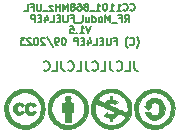
<source format=gbr>
%TF.GenerationSoftware,KiCad,Pcbnew,6.0.11-2627ca5db0~126~ubuntu22.04.1*%
%TF.CreationDate,2024-01-17T12:33:33+01:00*%
%TF.ProjectId,CC1101_868MHz_UFL_RF_Modul_FUEL4EP,43433131-3031-45f3-9836-384d487a5f55,1.5*%
%TF.SameCoordinates,Original*%
%TF.FileFunction,Legend,Bot*%
%TF.FilePolarity,Positive*%
%FSLAX46Y46*%
G04 Gerber Fmt 4.6, Leading zero omitted, Abs format (unit mm)*
G04 Created by KiCad (PCBNEW 6.0.11-2627ca5db0~126~ubuntu22.04.1) date 2024-01-17 12:33:33*
%MOMM*%
%LPD*%
G01*
G04 APERTURE LIST*
G04 Aperture macros list*
%AMRoundRect*
0 Rectangle with rounded corners*
0 $1 Rounding radius*
0 $2 $3 $4 $5 $6 $7 $8 $9 X,Y pos of 4 corners*
0 Add a 4 corners polygon primitive as box body*
4,1,4,$2,$3,$4,$5,$6,$7,$8,$9,$2,$3,0*
0 Add four circle primitives for the rounded corners*
1,1,$1+$1,$2,$3*
1,1,$1+$1,$4,$5*
1,1,$1+$1,$6,$7*
1,1,$1+$1,$8,$9*
0 Add four rect primitives between the rounded corners*
20,1,$1+$1,$2,$3,$4,$5,0*
20,1,$1+$1,$4,$5,$6,$7,0*
20,1,$1+$1,$6,$7,$8,$9,0*
20,1,$1+$1,$8,$9,$2,$3,0*%
G04 Aperture macros list end*
%ADD10C,0.150000*%
%ADD11C,0.010000*%
%ADD12RoundRect,0.250000X-0.600000X-0.250000X0.600000X-0.250000X0.600000X0.250000X-0.600000X0.250000X0*%
%ADD13R,1.800000X1.500000*%
%ADD14R,1.700000X1.000000*%
G04 APERTURE END LIST*
D10*
X13195238Y6788095D02*
X13195238Y6216666D01*
X13233333Y6102380D01*
X13309523Y6026190D01*
X13423809Y5988095D01*
X13500000Y5988095D01*
X12433333Y5988095D02*
X12814285Y5988095D01*
X12814285Y6788095D01*
X11709523Y6064285D02*
X11747619Y6026190D01*
X11861904Y5988095D01*
X11938095Y5988095D01*
X12052380Y6026190D01*
X12128571Y6102380D01*
X12166666Y6178571D01*
X12204761Y6330952D01*
X12204761Y6445238D01*
X12166666Y6597619D01*
X12128571Y6673809D01*
X12052380Y6750000D01*
X11938095Y6788095D01*
X11861904Y6788095D01*
X11747619Y6750000D01*
X11709523Y6711904D01*
X11138095Y6788095D02*
X11138095Y6216666D01*
X11176190Y6102380D01*
X11252380Y6026190D01*
X11366666Y5988095D01*
X11442857Y5988095D01*
X10376190Y5988095D02*
X10757142Y5988095D01*
X10757142Y6788095D01*
X9652380Y6064285D02*
X9690476Y6026190D01*
X9804761Y5988095D01*
X9880952Y5988095D01*
X9995238Y6026190D01*
X10071428Y6102380D01*
X10109523Y6178571D01*
X10147619Y6330952D01*
X10147619Y6445238D01*
X10109523Y6597619D01*
X10071428Y6673809D01*
X9995238Y6750000D01*
X9880952Y6788095D01*
X9804761Y6788095D01*
X9690476Y6750000D01*
X9652380Y6711904D01*
X9080952Y6788095D02*
X9080952Y6216666D01*
X9119047Y6102380D01*
X9195238Y6026190D01*
X9309523Y5988095D01*
X9385714Y5988095D01*
X8319047Y5988095D02*
X8700000Y5988095D01*
X8700000Y6788095D01*
X7595238Y6064285D02*
X7633333Y6026190D01*
X7747619Y5988095D01*
X7823809Y5988095D01*
X7938095Y6026190D01*
X8014285Y6102380D01*
X8052380Y6178571D01*
X8090476Y6330952D01*
X8090476Y6445238D01*
X8052380Y6597619D01*
X8014285Y6673809D01*
X7938095Y6750000D01*
X7823809Y6788095D01*
X7747619Y6788095D01*
X7633333Y6750000D01*
X7595238Y6711904D01*
X7023809Y6788095D02*
X7023809Y6216666D01*
X7061904Y6102380D01*
X7138095Y6026190D01*
X7252380Y5988095D01*
X7328571Y5988095D01*
X6261904Y5988095D02*
X6642857Y5988095D01*
X6642857Y6788095D01*
X5538095Y6064285D02*
X5576190Y6026190D01*
X5690476Y5988095D01*
X5766666Y5988095D01*
X5880952Y6026190D01*
X5957142Y6102380D01*
X5995238Y6178571D01*
X6033333Y6330952D01*
X6033333Y6445238D01*
X5995238Y6597619D01*
X5957142Y6673809D01*
X5880952Y6750000D01*
X5766666Y6788095D01*
X5690476Y6788095D01*
X5576190Y6750000D01*
X5538095Y6711904D01*
X12885714Y11134714D02*
X12914285Y11106142D01*
X13000000Y11077571D01*
X13057142Y11077571D01*
X13142857Y11106142D01*
X13200000Y11163285D01*
X13228571Y11220428D01*
X13257142Y11334714D01*
X13257142Y11420428D01*
X13228571Y11534714D01*
X13200000Y11591857D01*
X13142857Y11649000D01*
X13057142Y11677571D01*
X13000000Y11677571D01*
X12914285Y11649000D01*
X12885714Y11620428D01*
X12285714Y11134714D02*
X12314285Y11106142D01*
X12400000Y11077571D01*
X12457142Y11077571D01*
X12542857Y11106142D01*
X12600000Y11163285D01*
X12628571Y11220428D01*
X12657142Y11334714D01*
X12657142Y11420428D01*
X12628571Y11534714D01*
X12600000Y11591857D01*
X12542857Y11649000D01*
X12457142Y11677571D01*
X12400000Y11677571D01*
X12314285Y11649000D01*
X12285714Y11620428D01*
X11714285Y11077571D02*
X12057142Y11077571D01*
X11885714Y11077571D02*
X11885714Y11677571D01*
X11942857Y11591857D01*
X12000000Y11534714D01*
X12057142Y11506142D01*
X11142857Y11077571D02*
X11485714Y11077571D01*
X11314285Y11077571D02*
X11314285Y11677571D01*
X11371428Y11591857D01*
X11428571Y11534714D01*
X11485714Y11506142D01*
X10771428Y11677571D02*
X10714285Y11677571D01*
X10657142Y11649000D01*
X10628571Y11620428D01*
X10600000Y11563285D01*
X10571428Y11449000D01*
X10571428Y11306142D01*
X10600000Y11191857D01*
X10628571Y11134714D01*
X10657142Y11106142D01*
X10714285Y11077571D01*
X10771428Y11077571D01*
X10828571Y11106142D01*
X10857142Y11134714D01*
X10885714Y11191857D01*
X10914285Y11306142D01*
X10914285Y11449000D01*
X10885714Y11563285D01*
X10857142Y11620428D01*
X10828571Y11649000D01*
X10771428Y11677571D01*
X10000000Y11077571D02*
X10342857Y11077571D01*
X10171428Y11077571D02*
X10171428Y11677571D01*
X10228571Y11591857D01*
X10285714Y11534714D01*
X10342857Y11506142D01*
X9885714Y11020428D02*
X9428571Y11020428D01*
X9200000Y11420428D02*
X9257142Y11449000D01*
X9285714Y11477571D01*
X9314285Y11534714D01*
X9314285Y11563285D01*
X9285714Y11620428D01*
X9257142Y11649000D01*
X9200000Y11677571D01*
X9085714Y11677571D01*
X9028571Y11649000D01*
X9000000Y11620428D01*
X8971428Y11563285D01*
X8971428Y11534714D01*
X9000000Y11477571D01*
X9028571Y11449000D01*
X9085714Y11420428D01*
X9200000Y11420428D01*
X9257142Y11391857D01*
X9285714Y11363285D01*
X9314285Y11306142D01*
X9314285Y11191857D01*
X9285714Y11134714D01*
X9257142Y11106142D01*
X9200000Y11077571D01*
X9085714Y11077571D01*
X9028571Y11106142D01*
X9000000Y11134714D01*
X8971428Y11191857D01*
X8971428Y11306142D01*
X9000000Y11363285D01*
X9028571Y11391857D01*
X9085714Y11420428D01*
X8457142Y11677571D02*
X8571428Y11677571D01*
X8628571Y11649000D01*
X8657142Y11620428D01*
X8714285Y11534714D01*
X8742857Y11420428D01*
X8742857Y11191857D01*
X8714285Y11134714D01*
X8685714Y11106142D01*
X8628571Y11077571D01*
X8514285Y11077571D01*
X8457142Y11106142D01*
X8428571Y11134714D01*
X8400000Y11191857D01*
X8400000Y11334714D01*
X8428571Y11391857D01*
X8457142Y11420428D01*
X8514285Y11449000D01*
X8628571Y11449000D01*
X8685714Y11420428D01*
X8714285Y11391857D01*
X8742857Y11334714D01*
X8057142Y11420428D02*
X8114285Y11449000D01*
X8142857Y11477571D01*
X8171428Y11534714D01*
X8171428Y11563285D01*
X8142857Y11620428D01*
X8114285Y11649000D01*
X8057142Y11677571D01*
X7942857Y11677571D01*
X7885714Y11649000D01*
X7857142Y11620428D01*
X7828571Y11563285D01*
X7828571Y11534714D01*
X7857142Y11477571D01*
X7885714Y11449000D01*
X7942857Y11420428D01*
X8057142Y11420428D01*
X8114285Y11391857D01*
X8142857Y11363285D01*
X8171428Y11306142D01*
X8171428Y11191857D01*
X8142857Y11134714D01*
X8114285Y11106142D01*
X8057142Y11077571D01*
X7942857Y11077571D01*
X7885714Y11106142D01*
X7857142Y11134714D01*
X7828571Y11191857D01*
X7828571Y11306142D01*
X7857142Y11363285D01*
X7885714Y11391857D01*
X7942857Y11420428D01*
X7571428Y11077571D02*
X7571428Y11677571D01*
X7371428Y11249000D01*
X7171428Y11677571D01*
X7171428Y11077571D01*
X6885714Y11077571D02*
X6885714Y11677571D01*
X6885714Y11391857D02*
X6542857Y11391857D01*
X6542857Y11077571D02*
X6542857Y11677571D01*
X6314285Y11477571D02*
X6000000Y11477571D01*
X6314285Y11077571D01*
X6000000Y11077571D01*
X5914285Y11020428D02*
X5457142Y11020428D01*
X5314285Y11677571D02*
X5314285Y11191857D01*
X5285714Y11134714D01*
X5257142Y11106142D01*
X5200000Y11077571D01*
X5085714Y11077571D01*
X5028571Y11106142D01*
X5000000Y11134714D01*
X4971428Y11191857D01*
X4971428Y11677571D01*
X4485714Y11391857D02*
X4685714Y11391857D01*
X4685714Y11077571D02*
X4685714Y11677571D01*
X4400000Y11677571D01*
X3885714Y11077571D02*
X4171428Y11077571D01*
X4171428Y11677571D01*
X12385714Y10111571D02*
X12585714Y10397285D01*
X12728571Y10111571D02*
X12728571Y10711571D01*
X12500000Y10711571D01*
X12442857Y10683000D01*
X12414285Y10654428D01*
X12385714Y10597285D01*
X12385714Y10511571D01*
X12414285Y10454428D01*
X12442857Y10425857D01*
X12500000Y10397285D01*
X12728571Y10397285D01*
X11928571Y10425857D02*
X12128571Y10425857D01*
X12128571Y10111571D02*
X12128571Y10711571D01*
X11842857Y10711571D01*
X11757142Y10054428D02*
X11300000Y10054428D01*
X11157142Y10111571D02*
X11157142Y10711571D01*
X10957142Y10283000D01*
X10757142Y10711571D01*
X10757142Y10111571D01*
X10385714Y10111571D02*
X10442857Y10140142D01*
X10471428Y10168714D01*
X10500000Y10225857D01*
X10500000Y10397285D01*
X10471428Y10454428D01*
X10442857Y10483000D01*
X10385714Y10511571D01*
X10300000Y10511571D01*
X10242857Y10483000D01*
X10214285Y10454428D01*
X10185714Y10397285D01*
X10185714Y10225857D01*
X10214285Y10168714D01*
X10242857Y10140142D01*
X10300000Y10111571D01*
X10385714Y10111571D01*
X9671428Y10111571D02*
X9671428Y10711571D01*
X9671428Y10140142D02*
X9728571Y10111571D01*
X9842857Y10111571D01*
X9900000Y10140142D01*
X9928571Y10168714D01*
X9957142Y10225857D01*
X9957142Y10397285D01*
X9928571Y10454428D01*
X9900000Y10483000D01*
X9842857Y10511571D01*
X9728571Y10511571D01*
X9671428Y10483000D01*
X9128571Y10511571D02*
X9128571Y10111571D01*
X9385714Y10511571D02*
X9385714Y10197285D01*
X9357142Y10140142D01*
X9300000Y10111571D01*
X9214285Y10111571D01*
X9157142Y10140142D01*
X9128571Y10168714D01*
X8757142Y10111571D02*
X8814285Y10140142D01*
X8842857Y10197285D01*
X8842857Y10711571D01*
X8671428Y10054428D02*
X8214285Y10054428D01*
X7871428Y10425857D02*
X8071428Y10425857D01*
X8071428Y10111571D02*
X8071428Y10711571D01*
X7785714Y10711571D01*
X7557142Y10711571D02*
X7557142Y10225857D01*
X7528571Y10168714D01*
X7500000Y10140142D01*
X7442857Y10111571D01*
X7328571Y10111571D01*
X7271428Y10140142D01*
X7242857Y10168714D01*
X7214285Y10225857D01*
X7214285Y10711571D01*
X6928571Y10425857D02*
X6728571Y10425857D01*
X6642857Y10111571D02*
X6928571Y10111571D01*
X6928571Y10711571D01*
X6642857Y10711571D01*
X6100000Y10111571D02*
X6385714Y10111571D01*
X6385714Y10711571D01*
X5642857Y10511571D02*
X5642857Y10111571D01*
X5785714Y10740142D02*
X5928571Y10311571D01*
X5557142Y10311571D01*
X5328571Y10425857D02*
X5128571Y10425857D01*
X5042857Y10111571D02*
X5328571Y10111571D01*
X5328571Y10711571D01*
X5042857Y10711571D01*
X4785714Y10111571D02*
X4785714Y10711571D01*
X4557142Y10711571D01*
X4500000Y10683000D01*
X4471428Y10654428D01*
X4442857Y10597285D01*
X4442857Y10511571D01*
X4471428Y10454428D01*
X4500000Y10425857D01*
X4557142Y10397285D01*
X4785714Y10397285D01*
X9514285Y9745571D02*
X9314285Y9145571D01*
X9114285Y9745571D01*
X8600000Y9145571D02*
X8942857Y9145571D01*
X8771428Y9145571D02*
X8771428Y9745571D01*
X8828571Y9659857D01*
X8885714Y9602714D01*
X8942857Y9574142D01*
X8342857Y9202714D02*
X8314285Y9174142D01*
X8342857Y9145571D01*
X8371428Y9174142D01*
X8342857Y9202714D01*
X8342857Y9145571D01*
X7771428Y9745571D02*
X8057142Y9745571D01*
X8085714Y9459857D01*
X8057142Y9488428D01*
X8000000Y9517000D01*
X7857142Y9517000D01*
X7800000Y9488428D01*
X7771428Y9459857D01*
X7742857Y9402714D01*
X7742857Y9259857D01*
X7771428Y9202714D01*
X7800000Y9174142D01*
X7857142Y9145571D01*
X8000000Y9145571D01*
X8057142Y9174142D01*
X8085714Y9202714D01*
X13414285Y7951000D02*
X13442857Y7979571D01*
X13500000Y8065285D01*
X13528571Y8122428D01*
X13557142Y8208142D01*
X13585714Y8351000D01*
X13585714Y8465285D01*
X13557142Y8608142D01*
X13528571Y8693857D01*
X13500000Y8751000D01*
X13442857Y8836714D01*
X13414285Y8865285D01*
X12842857Y8236714D02*
X12871428Y8208142D01*
X12957142Y8179571D01*
X13014285Y8179571D01*
X13100000Y8208142D01*
X13157142Y8265285D01*
X13185714Y8322428D01*
X13214285Y8436714D01*
X13214285Y8522428D01*
X13185714Y8636714D01*
X13157142Y8693857D01*
X13100000Y8751000D01*
X13014285Y8779571D01*
X12957142Y8779571D01*
X12871428Y8751000D01*
X12842857Y8722428D01*
X12642857Y7951000D02*
X12614285Y7979571D01*
X12557142Y8065285D01*
X12528571Y8122428D01*
X12500000Y8208142D01*
X12471428Y8351000D01*
X12471428Y8465285D01*
X12500000Y8608142D01*
X12528571Y8693857D01*
X12557142Y8751000D01*
X12614285Y8836714D01*
X12642857Y8865285D01*
X11528571Y8493857D02*
X11728571Y8493857D01*
X11728571Y8179571D02*
X11728571Y8779571D01*
X11442857Y8779571D01*
X11214285Y8779571D02*
X11214285Y8293857D01*
X11185714Y8236714D01*
X11157142Y8208142D01*
X11100000Y8179571D01*
X10985714Y8179571D01*
X10928571Y8208142D01*
X10900000Y8236714D01*
X10871428Y8293857D01*
X10871428Y8779571D01*
X10585714Y8493857D02*
X10385714Y8493857D01*
X10300000Y8179571D02*
X10585714Y8179571D01*
X10585714Y8779571D01*
X10300000Y8779571D01*
X9757142Y8179571D02*
X10042857Y8179571D01*
X10042857Y8779571D01*
X9300000Y8579571D02*
X9300000Y8179571D01*
X9442857Y8808142D02*
X9585714Y8379571D01*
X9214285Y8379571D01*
X8985714Y8493857D02*
X8785714Y8493857D01*
X8700000Y8179571D02*
X8985714Y8179571D01*
X8985714Y8779571D01*
X8700000Y8779571D01*
X8442857Y8179571D02*
X8442857Y8779571D01*
X8214285Y8779571D01*
X8157142Y8751000D01*
X8128571Y8722428D01*
X8100000Y8665285D01*
X8100000Y8579571D01*
X8128571Y8522428D01*
X8157142Y8493857D01*
X8214285Y8465285D01*
X8442857Y8465285D01*
X7271428Y8779571D02*
X7214285Y8779571D01*
X7157142Y8751000D01*
X7128571Y8722428D01*
X7100000Y8665285D01*
X7071428Y8551000D01*
X7071428Y8408142D01*
X7100000Y8293857D01*
X7128571Y8236714D01*
X7157142Y8208142D01*
X7214285Y8179571D01*
X7271428Y8179571D01*
X7328571Y8208142D01*
X7357142Y8236714D01*
X7385714Y8293857D01*
X7414285Y8408142D01*
X7414285Y8551000D01*
X7385714Y8665285D01*
X7357142Y8722428D01*
X7328571Y8751000D01*
X7271428Y8779571D01*
X6785714Y8179571D02*
X6671428Y8179571D01*
X6614285Y8208142D01*
X6585714Y8236714D01*
X6528571Y8322428D01*
X6500000Y8436714D01*
X6500000Y8665285D01*
X6528571Y8722428D01*
X6557142Y8751000D01*
X6614285Y8779571D01*
X6728571Y8779571D01*
X6785714Y8751000D01*
X6814285Y8722428D01*
X6842857Y8665285D01*
X6842857Y8522428D01*
X6814285Y8465285D01*
X6785714Y8436714D01*
X6728571Y8408142D01*
X6614285Y8408142D01*
X6557142Y8436714D01*
X6528571Y8465285D01*
X6500000Y8522428D01*
X5814285Y8808142D02*
X6328571Y8036714D01*
X5642857Y8722428D02*
X5614285Y8751000D01*
X5557142Y8779571D01*
X5414285Y8779571D01*
X5357142Y8751000D01*
X5328571Y8722428D01*
X5300000Y8665285D01*
X5300000Y8608142D01*
X5328571Y8522428D01*
X5671428Y8179571D01*
X5300000Y8179571D01*
X4928571Y8779571D02*
X4871428Y8779571D01*
X4814285Y8751000D01*
X4785714Y8722428D01*
X4757142Y8665285D01*
X4728571Y8551000D01*
X4728571Y8408142D01*
X4757142Y8293857D01*
X4785714Y8236714D01*
X4814285Y8208142D01*
X4871428Y8179571D01*
X4928571Y8179571D01*
X4985714Y8208142D01*
X5014285Y8236714D01*
X5042857Y8293857D01*
X5071428Y8408142D01*
X5071428Y8551000D01*
X5042857Y8665285D01*
X5014285Y8722428D01*
X4985714Y8751000D01*
X4928571Y8779571D01*
X4500000Y8722428D02*
X4471428Y8751000D01*
X4414285Y8779571D01*
X4271428Y8779571D01*
X4214285Y8751000D01*
X4185714Y8722428D01*
X4157142Y8665285D01*
X4157142Y8608142D01*
X4185714Y8522428D01*
X4528571Y8179571D01*
X4157142Y8179571D01*
X3957142Y8779571D02*
X3585714Y8779571D01*
X3785714Y8551000D01*
X3700000Y8551000D01*
X3642857Y8522428D01*
X3614285Y8493857D01*
X3585714Y8436714D01*
X3585714Y8293857D01*
X3614285Y8236714D01*
X3642857Y8208142D01*
X3700000Y8179571D01*
X3871428Y8179571D01*
X3928571Y8208142D01*
X3957142Y8236714D01*
%TO.C,LOGO1*%
G36*
X7713225Y3301665D02*
G01*
X7815439Y3300458D01*
X7890533Y3298075D01*
X7943089Y3294211D01*
X7977685Y3288563D01*
X7998904Y3280826D01*
X8008775Y3273490D01*
X8018627Y3258706D01*
X8025980Y3233600D01*
X8031174Y3193396D01*
X8034551Y3133319D01*
X8036453Y3048593D01*
X8037220Y2934441D01*
X8037285Y2874347D01*
X8037285Y2503714D01*
X7837714Y2503714D01*
X7837714Y1669143D01*
X7311571Y1669143D01*
X7311571Y2503714D01*
X7112000Y2503714D01*
X7112000Y2872831D01*
X7112259Y2998694D01*
X7113312Y3093273D01*
X7115577Y3161566D01*
X7119467Y3208571D01*
X7125398Y3239289D01*
X7133787Y3258717D01*
X7145048Y3271856D01*
X7145178Y3271974D01*
X7160241Y3281929D01*
X7183646Y3289451D01*
X7220110Y3294868D01*
X7274348Y3298505D01*
X7351079Y3300688D01*
X7455017Y3301744D01*
X7579311Y3302000D01*
X7713225Y3301665D01*
G37*
D11*
X7713225Y3301665D02*
X7815439Y3300458D01*
X7890533Y3298075D01*
X7943089Y3294211D01*
X7977685Y3288563D01*
X7998904Y3280826D01*
X8008775Y3273490D01*
X8018627Y3258706D01*
X8025980Y3233600D01*
X8031174Y3193396D01*
X8034551Y3133319D01*
X8036453Y3048593D01*
X8037220Y2934441D01*
X8037285Y2874347D01*
X8037285Y2503714D01*
X7837714Y2503714D01*
X7837714Y1669143D01*
X7311571Y1669143D01*
X7311571Y2503714D01*
X7112000Y2503714D01*
X7112000Y2872831D01*
X7112259Y2998694D01*
X7113312Y3093273D01*
X7115577Y3161566D01*
X7119467Y3208571D01*
X7125398Y3239289D01*
X7133787Y3258717D01*
X7145048Y3271856D01*
X7145178Y3271974D01*
X7160241Y3281929D01*
X7183646Y3289451D01*
X7220110Y3294868D01*
X7274348Y3298505D01*
X7351079Y3300688D01*
X7455017Y3301744D01*
X7579311Y3302000D01*
X7713225Y3301665D01*
G36*
X2247524Y3158741D02*
G01*
X2317141Y3384721D01*
X2327648Y3410857D01*
X2437284Y3631412D01*
X2575148Y3833041D01*
X2738087Y4012727D01*
X2922946Y4167451D01*
X3126573Y4294196D01*
X3345813Y4389945D01*
X3353695Y4392686D01*
X3547384Y4443898D01*
X3758157Y4472229D01*
X3975387Y4477539D01*
X4188452Y4459688D01*
X4386725Y4418538D01*
X4425947Y4406777D01*
X4649600Y4317512D01*
X4858349Y4198256D01*
X5048466Y4052324D01*
X5216224Y3883031D01*
X5357896Y3693692D01*
X5469755Y3487624D01*
X5476569Y3472206D01*
X5553890Y3252242D01*
X5600461Y3022325D01*
X5616699Y2787644D01*
X5603018Y2553389D01*
X5559832Y2324749D01*
X5487558Y2106914D01*
X5386610Y1905073D01*
X5346158Y1841500D01*
X5198482Y1653501D01*
X5026962Y1488952D01*
X4835515Y1349484D01*
X4628059Y1236727D01*
X4408508Y1152313D01*
X4180781Y1097872D01*
X3948793Y1075037D01*
X3716461Y1085437D01*
X3583214Y1107316D01*
X3336817Y1176686D01*
X3109250Y1277029D01*
X2901147Y1407929D01*
X2713147Y1568970D01*
X2545887Y1759736D01*
X2510217Y1808053D01*
X2388062Y2009493D01*
X2296556Y2226552D01*
X2236224Y2454617D01*
X2207591Y2689077D01*
X2209359Y2805407D01*
X2515428Y2805407D01*
X2527262Y2597462D01*
X2571908Y2392201D01*
X2649584Y2192871D01*
X2760504Y2002720D01*
X2818075Y1925090D01*
X2964697Y1768391D01*
X3136365Y1633558D01*
X3326330Y1524972D01*
X3527840Y1447019D01*
X3574143Y1434133D01*
X3718770Y1408028D01*
X3881004Y1397299D01*
X4046053Y1401936D01*
X4199124Y1421927D01*
X4255419Y1434671D01*
X4408551Y1486542D01*
X4567941Y1561164D01*
X4719515Y1651235D01*
X4829193Y1732403D01*
X4982816Y1882736D01*
X5108176Y2053302D01*
X5204275Y2240389D01*
X5270110Y2440284D01*
X5304683Y2649274D01*
X5306992Y2863647D01*
X5276039Y3079689D01*
X5233254Y3232252D01*
X5160027Y3406176D01*
X5061761Y3566571D01*
X4933733Y3720713D01*
X4881849Y3773714D01*
X4713604Y3917003D01*
X4532645Y4027195D01*
X4336463Y4105404D01*
X4122551Y4152743D01*
X3997553Y4165946D01*
X3774060Y4163882D01*
X3558847Y4127056D01*
X3354546Y4056450D01*
X3163792Y3953049D01*
X2989218Y3817834D01*
X2940894Y3771712D01*
X2791903Y3599066D01*
X2674645Y3412865D01*
X2589336Y3216356D01*
X2536191Y3012788D01*
X2515428Y2805407D01*
X2209359Y2805407D01*
X2211183Y2925323D01*
X2247524Y3158741D01*
G37*
X2247524Y3158741D02*
X2317141Y3384721D01*
X2327648Y3410857D01*
X2437284Y3631412D01*
X2575148Y3833041D01*
X2738087Y4012727D01*
X2922946Y4167451D01*
X3126573Y4294196D01*
X3345813Y4389945D01*
X3353695Y4392686D01*
X3547384Y4443898D01*
X3758157Y4472229D01*
X3975387Y4477539D01*
X4188452Y4459688D01*
X4386725Y4418538D01*
X4425947Y4406777D01*
X4649600Y4317512D01*
X4858349Y4198256D01*
X5048466Y4052324D01*
X5216224Y3883031D01*
X5357896Y3693692D01*
X5469755Y3487624D01*
X5476569Y3472206D01*
X5553890Y3252242D01*
X5600461Y3022325D01*
X5616699Y2787644D01*
X5603018Y2553389D01*
X5559832Y2324749D01*
X5487558Y2106914D01*
X5386610Y1905073D01*
X5346158Y1841500D01*
X5198482Y1653501D01*
X5026962Y1488952D01*
X4835515Y1349484D01*
X4628059Y1236727D01*
X4408508Y1152313D01*
X4180781Y1097872D01*
X3948793Y1075037D01*
X3716461Y1085437D01*
X3583214Y1107316D01*
X3336817Y1176686D01*
X3109250Y1277029D01*
X2901147Y1407929D01*
X2713147Y1568970D01*
X2545887Y1759736D01*
X2510217Y1808053D01*
X2388062Y2009493D01*
X2296556Y2226552D01*
X2236224Y2454617D01*
X2207591Y2689077D01*
X2209359Y2805407D01*
X2515428Y2805407D01*
X2527262Y2597462D01*
X2571908Y2392201D01*
X2649584Y2192871D01*
X2760504Y2002720D01*
X2818075Y1925090D01*
X2964697Y1768391D01*
X3136365Y1633558D01*
X3326330Y1524972D01*
X3527840Y1447019D01*
X3574143Y1434133D01*
X3718770Y1408028D01*
X3881004Y1397299D01*
X4046053Y1401936D01*
X4199124Y1421927D01*
X4255419Y1434671D01*
X4408551Y1486542D01*
X4567941Y1561164D01*
X4719515Y1651235D01*
X4829193Y1732403D01*
X4982816Y1882736D01*
X5108176Y2053302D01*
X5204275Y2240389D01*
X5270110Y2440284D01*
X5304683Y2649274D01*
X5306992Y2863647D01*
X5276039Y3079689D01*
X5233254Y3232252D01*
X5160027Y3406176D01*
X5061761Y3566571D01*
X4933733Y3720713D01*
X4881849Y3773714D01*
X4713604Y3917003D01*
X4532645Y4027195D01*
X4336463Y4105404D01*
X4122551Y4152743D01*
X3997553Y4165946D01*
X3774060Y4163882D01*
X3558847Y4127056D01*
X3354546Y4056450D01*
X3163792Y3953049D01*
X2989218Y3817834D01*
X2940894Y3771712D01*
X2791903Y3599066D01*
X2674645Y3412865D01*
X2589336Y3216356D01*
X2536191Y3012788D01*
X2515428Y2805407D01*
X2209359Y2805407D01*
X2211183Y2925323D01*
X2247524Y3158741D01*
G36*
X4472862Y3299796D02*
G01*
X4579450Y3285246D01*
X4671076Y3257993D01*
X4704331Y3241651D01*
X4758885Y3203823D01*
X4809012Y3159166D01*
X4847919Y3115093D01*
X4868816Y3079019D01*
X4868835Y3062063D01*
X4848869Y3046659D01*
X4805999Y3021330D01*
X4756642Y2995230D01*
X4653643Y2943271D01*
X4620224Y2987653D01*
X4580186Y3026366D01*
X4528664Y3059727D01*
X4525603Y3061221D01*
X4450501Y3078630D01*
X4374906Y3065287D01*
X4310134Y3024532D01*
X4281735Y2989244D01*
X4245796Y2901439D01*
X4232409Y2801448D01*
X4240706Y2700068D01*
X4269818Y2608098D01*
X4318075Y2537133D01*
X4356600Y2505031D01*
X4398032Y2489719D01*
X4458267Y2485587D01*
X4464140Y2485571D01*
X4523973Y2488436D01*
X4564487Y2501752D01*
X4602494Y2532600D01*
X4620934Y2551618D01*
X4683224Y2617665D01*
X4773946Y2575174D01*
X4825810Y2549104D01*
X4862732Y2527235D01*
X4873817Y2517876D01*
X4870219Y2492211D01*
X4843568Y2452745D01*
X4800547Y2406472D01*
X4747839Y2360384D01*
X4692128Y2321476D01*
X4678874Y2313886D01*
X4573954Y2273822D01*
X4453212Y2254762D01*
X4331270Y2257967D01*
X4245428Y2276507D01*
X4135460Y2330716D01*
X4044355Y2415070D01*
X3979622Y2516751D01*
X3953730Y2575083D01*
X3938455Y2628024D01*
X3931166Y2689197D01*
X3929228Y2772224D01*
X3929224Y2777466D01*
X3930745Y2860199D01*
X3937148Y2920179D01*
X3951194Y2970873D01*
X3975646Y3025753D01*
X3983193Y3040699D01*
X4053604Y3144781D01*
X4144132Y3226217D01*
X4247677Y3278924D01*
X4268870Y3285360D01*
X4364830Y3300286D01*
X4472862Y3299796D01*
G37*
X4472862Y3299796D02*
X4579450Y3285246D01*
X4671076Y3257993D01*
X4704331Y3241651D01*
X4758885Y3203823D01*
X4809012Y3159166D01*
X4847919Y3115093D01*
X4868816Y3079019D01*
X4868835Y3062063D01*
X4848869Y3046659D01*
X4805999Y3021330D01*
X4756642Y2995230D01*
X4653643Y2943271D01*
X4620224Y2987653D01*
X4580186Y3026366D01*
X4528664Y3059727D01*
X4525603Y3061221D01*
X4450501Y3078630D01*
X4374906Y3065287D01*
X4310134Y3024532D01*
X4281735Y2989244D01*
X4245796Y2901439D01*
X4232409Y2801448D01*
X4240706Y2700068D01*
X4269818Y2608098D01*
X4318075Y2537133D01*
X4356600Y2505031D01*
X4398032Y2489719D01*
X4458267Y2485587D01*
X4464140Y2485571D01*
X4523973Y2488436D01*
X4564487Y2501752D01*
X4602494Y2532600D01*
X4620934Y2551618D01*
X4683224Y2617665D01*
X4773946Y2575174D01*
X4825810Y2549104D01*
X4862732Y2527235D01*
X4873817Y2517876D01*
X4870219Y2492211D01*
X4843568Y2452745D01*
X4800547Y2406472D01*
X4747839Y2360384D01*
X4692128Y2321476D01*
X4678874Y2313886D01*
X4573954Y2273822D01*
X4453212Y2254762D01*
X4331270Y2257967D01*
X4245428Y2276507D01*
X4135460Y2330716D01*
X4044355Y2415070D01*
X3979622Y2516751D01*
X3953730Y2575083D01*
X3938455Y2628024D01*
X3931166Y2689197D01*
X3929228Y2772224D01*
X3929224Y2777466D01*
X3930745Y2860199D01*
X3937148Y2920179D01*
X3951194Y2970873D01*
X3975646Y3025753D01*
X3983193Y3040699D01*
X4053604Y3144781D01*
X4144132Y3226217D01*
X4247677Y3278924D01*
X4268870Y3285360D01*
X4364830Y3300286D01*
X4472862Y3299796D01*
G36*
X13266255Y3242631D02*
G01*
X13341430Y3454866D01*
X13449396Y3657645D01*
X13580697Y3841804D01*
X13747783Y4022665D01*
X13935058Y4174734D01*
X14139512Y4297119D01*
X14358129Y4388925D01*
X14587899Y4449259D01*
X14825807Y4477227D01*
X15068842Y4471935D01*
X15313989Y4432490D01*
X15448643Y4395909D01*
X15667262Y4308938D01*
X15872607Y4189684D01*
X16061296Y4040777D01*
X16229945Y3864844D01*
X16360883Y3686993D01*
X16469921Y3485595D01*
X16548769Y3268874D01*
X16597461Y3041583D01*
X16616029Y2808479D01*
X16604508Y2574318D01*
X16562931Y2343856D01*
X16491330Y2121847D01*
X16389740Y1913049D01*
X16347976Y1845302D01*
X16209165Y1664432D01*
X16042386Y1500691D01*
X15853571Y1358275D01*
X15648655Y1241385D01*
X15433573Y1154218D01*
X15328782Y1124247D01*
X15161154Y1093422D01*
X14979777Y1078276D01*
X14798261Y1079121D01*
X14630217Y1096267D01*
X14573340Y1106988D01*
X14339487Y1172789D01*
X14127088Y1264978D01*
X13931181Y1386356D01*
X13746806Y1539722D01*
X13668165Y1617946D01*
X13509735Y1808322D01*
X13384368Y2013569D01*
X13292291Y2233121D01*
X13233730Y2466411D01*
X13208911Y2712870D01*
X13208000Y2771760D01*
X13208835Y2786047D01*
X13519254Y2786047D01*
X13522758Y2647146D01*
X13536720Y2523329D01*
X13542659Y2492645D01*
X13604645Y2289350D01*
X13697913Y2098645D01*
X13818897Y1923800D01*
X13964033Y1768082D01*
X14129755Y1634759D01*
X14312498Y1527100D01*
X14508698Y1448374D01*
X14714789Y1401847D01*
X14735499Y1399128D01*
X14893350Y1390321D01*
X15062778Y1398781D01*
X15224203Y1423249D01*
X15267071Y1433249D01*
X15454878Y1498601D01*
X15637622Y1595018D01*
X15808435Y1717321D01*
X15960449Y1860335D01*
X16086794Y2018883D01*
X16125552Y2080261D01*
X16211562Y2260341D01*
X16270816Y2458351D01*
X16302311Y2666655D01*
X16305043Y2877619D01*
X16278007Y3083610D01*
X16264866Y3139744D01*
X16197893Y3329577D01*
X16099334Y3511408D01*
X15973816Y3679598D01*
X15825960Y3828507D01*
X15660392Y3952496D01*
X15545519Y4017027D01*
X15415285Y4076756D01*
X15300460Y4118260D01*
X15188443Y4144436D01*
X15066632Y4158183D01*
X14922424Y4162400D01*
X14913428Y4162413D01*
X14736795Y4155192D01*
X14582248Y4131577D01*
X14438251Y4088820D01*
X14293269Y4024173D01*
X14260285Y4006842D01*
X14080817Y3890421D01*
X13918049Y3745294D01*
X13776505Y3576938D01*
X13660708Y3390828D01*
X13575180Y3192441D01*
X13566965Y3167438D01*
X13541811Y3058774D01*
X13525756Y2927449D01*
X13519254Y2786047D01*
X13208835Y2786047D01*
X13222302Y3016432D01*
X13266255Y3242631D01*
G37*
X13266255Y3242631D02*
X13341430Y3454866D01*
X13449396Y3657645D01*
X13580697Y3841804D01*
X13747783Y4022665D01*
X13935058Y4174734D01*
X14139512Y4297119D01*
X14358129Y4388925D01*
X14587899Y4449259D01*
X14825807Y4477227D01*
X15068842Y4471935D01*
X15313989Y4432490D01*
X15448643Y4395909D01*
X15667262Y4308938D01*
X15872607Y4189684D01*
X16061296Y4040777D01*
X16229945Y3864844D01*
X16360883Y3686993D01*
X16469921Y3485595D01*
X16548769Y3268874D01*
X16597461Y3041583D01*
X16616029Y2808479D01*
X16604508Y2574318D01*
X16562931Y2343856D01*
X16491330Y2121847D01*
X16389740Y1913049D01*
X16347976Y1845302D01*
X16209165Y1664432D01*
X16042386Y1500691D01*
X15853571Y1358275D01*
X15648655Y1241385D01*
X15433573Y1154218D01*
X15328782Y1124247D01*
X15161154Y1093422D01*
X14979777Y1078276D01*
X14798261Y1079121D01*
X14630217Y1096267D01*
X14573340Y1106988D01*
X14339487Y1172789D01*
X14127088Y1264978D01*
X13931181Y1386356D01*
X13746806Y1539722D01*
X13668165Y1617946D01*
X13509735Y1808322D01*
X13384368Y2013569D01*
X13292291Y2233121D01*
X13233730Y2466411D01*
X13208911Y2712870D01*
X13208000Y2771760D01*
X13208835Y2786047D01*
X13519254Y2786047D01*
X13522758Y2647146D01*
X13536720Y2523329D01*
X13542659Y2492645D01*
X13604645Y2289350D01*
X13697913Y2098645D01*
X13818897Y1923800D01*
X13964033Y1768082D01*
X14129755Y1634759D01*
X14312498Y1527100D01*
X14508698Y1448374D01*
X14714789Y1401847D01*
X14735499Y1399128D01*
X14893350Y1390321D01*
X15062778Y1398781D01*
X15224203Y1423249D01*
X15267071Y1433249D01*
X15454878Y1498601D01*
X15637622Y1595018D01*
X15808435Y1717321D01*
X15960449Y1860335D01*
X16086794Y2018883D01*
X16125552Y2080261D01*
X16211562Y2260341D01*
X16270816Y2458351D01*
X16302311Y2666655D01*
X16305043Y2877619D01*
X16278007Y3083610D01*
X16264866Y3139744D01*
X16197893Y3329577D01*
X16099334Y3511408D01*
X15973816Y3679598D01*
X15825960Y3828507D01*
X15660392Y3952496D01*
X15545519Y4017027D01*
X15415285Y4076756D01*
X15300460Y4118260D01*
X15188443Y4144436D01*
X15066632Y4158183D01*
X14922424Y4162400D01*
X14913428Y4162413D01*
X14736795Y4155192D01*
X14582248Y4131577D01*
X14438251Y4088820D01*
X14293269Y4024173D01*
X14260285Y4006842D01*
X14080817Y3890421D01*
X13918049Y3745294D01*
X13776505Y3576938D01*
X13660708Y3390828D01*
X13575180Y3192441D01*
X13566965Y3167438D01*
X13541811Y3058774D01*
X13525756Y2927449D01*
X13519254Y2786047D01*
X13208835Y2786047D01*
X13222302Y3016432D01*
X13266255Y3242631D01*
G36*
X15029663Y3663092D02*
G01*
X15154036Y3643657D01*
X15206844Y3629608D01*
X15356363Y3564394D01*
X15487457Y3469837D01*
X15597517Y3349252D01*
X15683937Y3205952D01*
X15744109Y3043251D01*
X15769997Y2913868D01*
X15780633Y2719343D01*
X15759671Y2536444D01*
X15707830Y2368125D01*
X15625827Y2217342D01*
X15588782Y2167576D01*
X15465105Y2041853D01*
X15321981Y1945560D01*
X15162940Y1880039D01*
X14991512Y1846635D01*
X14811228Y1846693D01*
X14761715Y1852588D01*
X14608463Y1892246D01*
X14470160Y1962836D01*
X14350761Y2060706D01*
X14254223Y2182208D01*
X14184504Y2323692D01*
X14159080Y2408464D01*
X14136558Y2503714D01*
X14564406Y2503714D01*
X14584431Y2424190D01*
X14619372Y2347830D01*
X14678267Y2279382D01*
X14749973Y2230450D01*
X14782225Y2218227D01*
X14827607Y2210676D01*
X14892601Y2205768D01*
X14942430Y2204663D01*
X15051061Y2219055D01*
X15141656Y2263015D01*
X15217732Y2338712D01*
X15256714Y2398228D01*
X15304243Y2508121D01*
X15332892Y2632595D01*
X15343233Y2764090D01*
X15335837Y2895048D01*
X15311276Y3017909D01*
X15270121Y3125115D01*
X15212946Y3209105D01*
X15193987Y3227571D01*
X15104483Y3283204D01*
X14998325Y3312149D01*
X14884370Y3313526D01*
X14771472Y3286452D01*
X14739462Y3272806D01*
X14678718Y3229252D01*
X14625647Y3165815D01*
X14590726Y3096371D01*
X14583680Y3066521D01*
X14586127Y3032198D01*
X14612096Y3015725D01*
X14628231Y3012092D01*
X14647984Y3007251D01*
X14656418Y2998984D01*
X14650666Y2982932D01*
X14627859Y2954738D01*
X14585131Y2910041D01*
X14519614Y2844484D01*
X14514838Y2839735D01*
X14351000Y2676828D01*
X14187120Y2839735D01*
X14023239Y3002643D01*
X14082798Y3011714D01*
X14121150Y3021831D01*
X14144464Y3044297D01*
X14162522Y3089733D01*
X14166339Y3102429D01*
X14229988Y3269308D01*
X14314613Y3406870D01*
X14420946Y3515910D01*
X14549719Y3597223D01*
X14661314Y3640445D01*
X14769321Y3661763D01*
X14896764Y3669219D01*
X15029663Y3663092D01*
G37*
X15029663Y3663092D02*
X15154036Y3643657D01*
X15206844Y3629608D01*
X15356363Y3564394D01*
X15487457Y3469837D01*
X15597517Y3349252D01*
X15683937Y3205952D01*
X15744109Y3043251D01*
X15769997Y2913868D01*
X15780633Y2719343D01*
X15759671Y2536444D01*
X15707830Y2368125D01*
X15625827Y2217342D01*
X15588782Y2167576D01*
X15465105Y2041853D01*
X15321981Y1945560D01*
X15162940Y1880039D01*
X14991512Y1846635D01*
X14811228Y1846693D01*
X14761715Y1852588D01*
X14608463Y1892246D01*
X14470160Y1962836D01*
X14350761Y2060706D01*
X14254223Y2182208D01*
X14184504Y2323692D01*
X14159080Y2408464D01*
X14136558Y2503714D01*
X14564406Y2503714D01*
X14584431Y2424190D01*
X14619372Y2347830D01*
X14678267Y2279382D01*
X14749973Y2230450D01*
X14782225Y2218227D01*
X14827607Y2210676D01*
X14892601Y2205768D01*
X14942430Y2204663D01*
X15051061Y2219055D01*
X15141656Y2263015D01*
X15217732Y2338712D01*
X15256714Y2398228D01*
X15304243Y2508121D01*
X15332892Y2632595D01*
X15343233Y2764090D01*
X15335837Y2895048D01*
X15311276Y3017909D01*
X15270121Y3125115D01*
X15212946Y3209105D01*
X15193987Y3227571D01*
X15104483Y3283204D01*
X14998325Y3312149D01*
X14884370Y3313526D01*
X14771472Y3286452D01*
X14739462Y3272806D01*
X14678718Y3229252D01*
X14625647Y3165815D01*
X14590726Y3096371D01*
X14583680Y3066521D01*
X14586127Y3032198D01*
X14612096Y3015725D01*
X14628231Y3012092D01*
X14647984Y3007251D01*
X14656418Y2998984D01*
X14650666Y2982932D01*
X14627859Y2954738D01*
X14585131Y2910041D01*
X14519614Y2844484D01*
X14514838Y2839735D01*
X14351000Y2676828D01*
X14187120Y2839735D01*
X14023239Y3002643D01*
X14082798Y3011714D01*
X14121150Y3021831D01*
X14144464Y3044297D01*
X14162522Y3089733D01*
X14166339Y3102429D01*
X14229988Y3269308D01*
X14314613Y3406870D01*
X14420946Y3515910D01*
X14549719Y3597223D01*
X14661314Y3640445D01*
X14769321Y3661763D01*
X14896764Y3669219D01*
X15029663Y3663092D01*
G36*
X3554047Y3294439D02*
G01*
X3640554Y3276839D01*
X3648969Y3274035D01*
X3697465Y3249967D01*
X3753169Y3212203D01*
X3807592Y3167943D01*
X3852249Y3124390D01*
X3878652Y3088746D01*
X3882356Y3075973D01*
X3867480Y3058326D01*
X3828699Y3030276D01*
X3774748Y2998088D01*
X3667355Y2939104D01*
X3628909Y2993097D01*
X3569165Y3048083D01*
X3494000Y3074239D01*
X3413219Y3068820D01*
X3388717Y3060361D01*
X3325912Y3022314D01*
X3284199Y2966277D01*
X3259940Y2885943D01*
X3252280Y2823835D01*
X3252892Y2707833D01*
X3276393Y2616918D01*
X3323999Y2547074D01*
X3340889Y2531522D01*
X3406378Y2495892D01*
X3481087Y2484639D01*
X3554416Y2496462D01*
X3615766Y2530058D01*
X3647787Y2569218D01*
X3669276Y2599328D01*
X3696113Y2609635D01*
X3735882Y2599758D01*
X3796167Y2569314D01*
X3810896Y2560985D01*
X3901220Y2509398D01*
X3826186Y2424155D01*
X3739029Y2341157D01*
X3646586Y2288772D01*
X3538438Y2262043D01*
X3474357Y2256712D01*
X3401195Y2255966D01*
X3334956Y2259335D01*
X3292928Y2265501D01*
X3179771Y2312982D01*
X3081817Y2389314D01*
X3006283Y2487954D01*
X2975312Y2553548D01*
X2945620Y2676074D01*
X2939947Y2810497D01*
X2958252Y2941547D01*
X2976445Y3001195D01*
X3024103Y3090042D01*
X3094069Y3172680D01*
X3176395Y3239362D01*
X3261133Y3280341D01*
X3261436Y3280432D01*
X3348149Y3296506D01*
X3451132Y3301085D01*
X3554047Y3294439D01*
G37*
X3554047Y3294439D02*
X3640554Y3276839D01*
X3648969Y3274035D01*
X3697465Y3249967D01*
X3753169Y3212203D01*
X3807592Y3167943D01*
X3852249Y3124390D01*
X3878652Y3088746D01*
X3882356Y3075973D01*
X3867480Y3058326D01*
X3828699Y3030276D01*
X3774748Y2998088D01*
X3667355Y2939104D01*
X3628909Y2993097D01*
X3569165Y3048083D01*
X3494000Y3074239D01*
X3413219Y3068820D01*
X3388717Y3060361D01*
X3325912Y3022314D01*
X3284199Y2966277D01*
X3259940Y2885943D01*
X3252280Y2823835D01*
X3252892Y2707833D01*
X3276393Y2616918D01*
X3323999Y2547074D01*
X3340889Y2531522D01*
X3406378Y2495892D01*
X3481087Y2484639D01*
X3554416Y2496462D01*
X3615766Y2530058D01*
X3647787Y2569218D01*
X3669276Y2599328D01*
X3696113Y2609635D01*
X3735882Y2599758D01*
X3796167Y2569314D01*
X3810896Y2560985D01*
X3901220Y2509398D01*
X3826186Y2424155D01*
X3739029Y2341157D01*
X3646586Y2288772D01*
X3538438Y2262043D01*
X3474357Y2256712D01*
X3401195Y2255966D01*
X3334956Y2259335D01*
X3292928Y2265501D01*
X3179771Y2312982D01*
X3081817Y2389314D01*
X3006283Y2487954D01*
X2975312Y2553548D01*
X2945620Y2676074D01*
X2939947Y2810497D01*
X2958252Y2941547D01*
X2976445Y3001195D01*
X3024103Y3090042D01*
X3094069Y3172680D01*
X3176395Y3239362D01*
X3261133Y3280341D01*
X3261436Y3280432D01*
X3348149Y3296506D01*
X3451132Y3301085D01*
X3554047Y3294439D01*
G36*
X9548016Y2852632D02*
G01*
X9568045Y3082086D01*
X9611987Y3288986D01*
X9682269Y3480021D01*
X9719729Y3548798D01*
X10087630Y3548798D01*
X10103166Y3532069D01*
X10143722Y3507385D01*
X10200544Y3480068D01*
X10201022Y3479861D01*
X10264491Y3452202D01*
X10349129Y3415009D01*
X10442976Y3373548D01*
X10518374Y3340080D01*
X10722534Y3249224D01*
X10759260Y3321213D01*
X10824479Y3409262D01*
X10920788Y3479016D01*
X11047796Y3530222D01*
X11107964Y3545645D01*
X11134079Y3553245D01*
X11148997Y3567300D01*
X11155850Y3596453D01*
X11157769Y3649343D01*
X11157857Y3683346D01*
X11157857Y3810000D01*
X11357428Y3810000D01*
X11357428Y3557644D01*
X11425464Y3546492D01*
X11508114Y3527338D01*
X11596444Y3497976D01*
X11677314Y3463466D01*
X11737584Y3428867D01*
X11744385Y3423703D01*
X11794383Y3383643D01*
X11575621Y3167537D01*
X11489696Y3209283D01*
X11397013Y3243818D01*
X11304475Y3259989D01*
X11218922Y3258512D01*
X11147195Y3240104D01*
X11096134Y3205481D01*
X11074560Y3165796D01*
X11070920Y3124936D01*
X11078450Y3102027D01*
X11098220Y3091221D01*
X11147075Y3067733D01*
X11220903Y3033390D01*
X11315596Y2990024D01*
X11427046Y2939462D01*
X11551142Y2883536D01*
X11683775Y2824073D01*
X11820837Y2762904D01*
X11958218Y2701858D01*
X12091809Y2642764D01*
X12217501Y2587453D01*
X12331184Y2537752D01*
X12428750Y2495492D01*
X12506089Y2462502D01*
X12559091Y2440612D01*
X12583649Y2431651D01*
X12584492Y2431531D01*
X12602742Y2446817D01*
X12615829Y2481036D01*
X12638011Y2643265D01*
X12640527Y2821907D01*
X12624174Y3003412D01*
X12589753Y3174230D01*
X12571303Y3235931D01*
X12496341Y3408798D01*
X12390572Y3576210D01*
X12259473Y3732372D01*
X12108522Y3871488D01*
X11943195Y3987762D01*
X11783748Y4069307D01*
X11581792Y4135028D01*
X11370543Y4168100D01*
X11155563Y4168978D01*
X10942415Y4138119D01*
X10736661Y4075978D01*
X10543866Y3983011D01*
X10514601Y3965312D01*
X10458957Y3926024D01*
X10392994Y3872380D01*
X10322194Y3809730D01*
X10252044Y3743424D01*
X10188028Y3678813D01*
X10135631Y3621246D01*
X10100338Y3576075D01*
X10087630Y3548798D01*
X9719729Y3548798D01*
X9781319Y3661877D01*
X9903043Y3830698D01*
X10049739Y3991408D01*
X10216283Y4135616D01*
X10395318Y4258061D01*
X10579489Y4353483D01*
X10695846Y4397681D01*
X10925949Y4454064D01*
X11163329Y4478590D01*
X11402497Y4471952D01*
X11637964Y4434843D01*
X11864241Y4367957D01*
X12075838Y4271988D01*
X12179126Y4210245D01*
X12378099Y4059197D01*
X12550477Y3884769D01*
X12694565Y3689326D01*
X12808670Y3475233D01*
X12891097Y3244855D01*
X12902902Y3199983D01*
X12928828Y3056819D01*
X12942851Y2892346D01*
X12944966Y2719358D01*
X12935170Y2550650D01*
X12913455Y2399016D01*
X12903228Y2353104D01*
X12833023Y2132986D01*
X12735718Y1932850D01*
X12608384Y1747698D01*
X12448096Y1572532D01*
X12443444Y1568048D01*
X12277178Y1422851D01*
X12109865Y1307749D01*
X11932883Y1217351D01*
X11802276Y1167124D01*
X11573011Y1106474D01*
X11335941Y1076744D01*
X11099738Y1078621D01*
X10940143Y1099000D01*
X10714831Y1157619D01*
X10498807Y1248450D01*
X10295824Y1368226D01*
X10109631Y1513679D01*
X9943980Y1681542D01*
X9802622Y1868547D01*
X9689308Y2071426D01*
X9619183Y2249714D01*
X9585458Y2364890D01*
X9562760Y2470670D01*
X9549773Y2578195D01*
X9545183Y2698610D01*
X9546609Y2781347D01*
X9851886Y2781347D01*
X9860432Y2604972D01*
X9887328Y2448589D01*
X9935478Y2299357D01*
X9986379Y2186214D01*
X10103747Y1987895D01*
X10245631Y1816255D01*
X10412726Y1670601D01*
X10605726Y1550239D01*
X10642985Y1531346D01*
X10754604Y1480081D01*
X10854625Y1443556D01*
X10953093Y1419810D01*
X11060052Y1406885D01*
X11185548Y1402818D01*
X11293928Y1404299D01*
X11409783Y1408538D01*
X11498421Y1415127D01*
X11568889Y1425206D01*
X11630236Y1439913D01*
X11665465Y1451103D01*
X11830452Y1515957D01*
X11973614Y1592399D01*
X12106674Y1687738D01*
X12241352Y1809283D01*
X12244005Y1811895D01*
X12322337Y1893332D01*
X12385461Y1967332D01*
X12430432Y2029785D01*
X12454307Y2076579D01*
X12454142Y2103604D01*
X12453431Y2104381D01*
X12432710Y2116268D01*
X12385457Y2139456D01*
X12318282Y2170988D01*
X12237792Y2207903D01*
X12150595Y2247242D01*
X12063300Y2286045D01*
X11982516Y2321354D01*
X11914849Y2350208D01*
X11866909Y2369648D01*
X11845347Y2376714D01*
X11831463Y2361469D01*
X11814458Y2324274D01*
X11812700Y2319365D01*
X11759869Y2220762D01*
X11677408Y2135383D01*
X11570931Y2067825D01*
X11452208Y2024225D01*
X11366500Y2002306D01*
X11364376Y1876546D01*
X11362253Y1750786D01*
X11166928Y1750786D01*
X11156358Y2009340D01*
X11049666Y2021411D01*
X10954675Y2042560D01*
X10849910Y2082186D01*
X10751461Y2133317D01*
X10687366Y2178403D01*
X10643231Y2215539D01*
X10763851Y2336159D01*
X10884471Y2456778D01*
X10926140Y2417633D01*
X10997844Y2367180D01*
X11086433Y2329738D01*
X11182297Y2306921D01*
X11275826Y2300343D01*
X11357408Y2311618D01*
X11410083Y2336371D01*
X11439772Y2364939D01*
X11453706Y2401233D01*
X11457214Y2459263D01*
X11457214Y2460280D01*
X11455109Y2514870D01*
X11444140Y2546487D01*
X11417323Y2568395D01*
X11393714Y2580898D01*
X11342855Y2605354D01*
X11267545Y2640095D01*
X11171873Y2683346D01*
X11059926Y2733330D01*
X10935793Y2788272D01*
X10803560Y2846397D01*
X10667315Y2905929D01*
X10531145Y2965093D01*
X10399140Y3022113D01*
X10275385Y3075213D01*
X10163969Y3122618D01*
X10068980Y3162552D01*
X9994505Y3193240D01*
X9944631Y3212906D01*
X9923446Y3219775D01*
X9923079Y3219700D01*
X9907594Y3193671D01*
X9891846Y3139314D01*
X9877123Y3064558D01*
X9864712Y2977325D01*
X9855899Y2885544D01*
X9851974Y2797139D01*
X9851886Y2781347D01*
X9546609Y2781347D01*
X9547673Y2843056D01*
X9548016Y2852632D01*
G37*
X9548016Y2852632D02*
X9568045Y3082086D01*
X9611987Y3288986D01*
X9682269Y3480021D01*
X9719729Y3548798D01*
X10087630Y3548798D01*
X10103166Y3532069D01*
X10143722Y3507385D01*
X10200544Y3480068D01*
X10201022Y3479861D01*
X10264491Y3452202D01*
X10349129Y3415009D01*
X10442976Y3373548D01*
X10518374Y3340080D01*
X10722534Y3249224D01*
X10759260Y3321213D01*
X10824479Y3409262D01*
X10920788Y3479016D01*
X11047796Y3530222D01*
X11107964Y3545645D01*
X11134079Y3553245D01*
X11148997Y3567300D01*
X11155850Y3596453D01*
X11157769Y3649343D01*
X11157857Y3683346D01*
X11157857Y3810000D01*
X11357428Y3810000D01*
X11357428Y3557644D01*
X11425464Y3546492D01*
X11508114Y3527338D01*
X11596444Y3497976D01*
X11677314Y3463466D01*
X11737584Y3428867D01*
X11744385Y3423703D01*
X11794383Y3383643D01*
X11575621Y3167537D01*
X11489696Y3209283D01*
X11397013Y3243818D01*
X11304475Y3259989D01*
X11218922Y3258512D01*
X11147195Y3240104D01*
X11096134Y3205481D01*
X11074560Y3165796D01*
X11070920Y3124936D01*
X11078450Y3102027D01*
X11098220Y3091221D01*
X11147075Y3067733D01*
X11220903Y3033390D01*
X11315596Y2990024D01*
X11427046Y2939462D01*
X11551142Y2883536D01*
X11683775Y2824073D01*
X11820837Y2762904D01*
X11958218Y2701858D01*
X12091809Y2642764D01*
X12217501Y2587453D01*
X12331184Y2537752D01*
X12428750Y2495492D01*
X12506089Y2462502D01*
X12559091Y2440612D01*
X12583649Y2431651D01*
X12584492Y2431531D01*
X12602742Y2446817D01*
X12615829Y2481036D01*
X12638011Y2643265D01*
X12640527Y2821907D01*
X12624174Y3003412D01*
X12589753Y3174230D01*
X12571303Y3235931D01*
X12496341Y3408798D01*
X12390572Y3576210D01*
X12259473Y3732372D01*
X12108522Y3871488D01*
X11943195Y3987762D01*
X11783748Y4069307D01*
X11581792Y4135028D01*
X11370543Y4168100D01*
X11155563Y4168978D01*
X10942415Y4138119D01*
X10736661Y4075978D01*
X10543866Y3983011D01*
X10514601Y3965312D01*
X10458957Y3926024D01*
X10392994Y3872380D01*
X10322194Y3809730D01*
X10252044Y3743424D01*
X10188028Y3678813D01*
X10135631Y3621246D01*
X10100338Y3576075D01*
X10087630Y3548798D01*
X9719729Y3548798D01*
X9781319Y3661877D01*
X9903043Y3830698D01*
X10049739Y3991408D01*
X10216283Y4135616D01*
X10395318Y4258061D01*
X10579489Y4353483D01*
X10695846Y4397681D01*
X10925949Y4454064D01*
X11163329Y4478590D01*
X11402497Y4471952D01*
X11637964Y4434843D01*
X11864241Y4367957D01*
X12075838Y4271988D01*
X12179126Y4210245D01*
X12378099Y4059197D01*
X12550477Y3884769D01*
X12694565Y3689326D01*
X12808670Y3475233D01*
X12891097Y3244855D01*
X12902902Y3199983D01*
X12928828Y3056819D01*
X12942851Y2892346D01*
X12944966Y2719358D01*
X12935170Y2550650D01*
X12913455Y2399016D01*
X12903228Y2353104D01*
X12833023Y2132986D01*
X12735718Y1932850D01*
X12608384Y1747698D01*
X12448096Y1572532D01*
X12443444Y1568048D01*
X12277178Y1422851D01*
X12109865Y1307749D01*
X11932883Y1217351D01*
X11802276Y1167124D01*
X11573011Y1106474D01*
X11335941Y1076744D01*
X11099738Y1078621D01*
X10940143Y1099000D01*
X10714831Y1157619D01*
X10498807Y1248450D01*
X10295824Y1368226D01*
X10109631Y1513679D01*
X9943980Y1681542D01*
X9802622Y1868547D01*
X9689308Y2071426D01*
X9619183Y2249714D01*
X9585458Y2364890D01*
X9562760Y2470670D01*
X9549773Y2578195D01*
X9545183Y2698610D01*
X9546609Y2781347D01*
X9851886Y2781347D01*
X9860432Y2604972D01*
X9887328Y2448589D01*
X9935478Y2299357D01*
X9986379Y2186214D01*
X10103747Y1987895D01*
X10245631Y1816255D01*
X10412726Y1670601D01*
X10605726Y1550239D01*
X10642985Y1531346D01*
X10754604Y1480081D01*
X10854625Y1443556D01*
X10953093Y1419810D01*
X11060052Y1406885D01*
X11185548Y1402818D01*
X11293928Y1404299D01*
X11409783Y1408538D01*
X11498421Y1415127D01*
X11568889Y1425206D01*
X11630236Y1439913D01*
X11665465Y1451103D01*
X11830452Y1515957D01*
X11973614Y1592399D01*
X12106674Y1687738D01*
X12241352Y1809283D01*
X12244005Y1811895D01*
X12322337Y1893332D01*
X12385461Y1967332D01*
X12430432Y2029785D01*
X12454307Y2076579D01*
X12454142Y2103604D01*
X12453431Y2104381D01*
X12432710Y2116268D01*
X12385457Y2139456D01*
X12318282Y2170988D01*
X12237792Y2207903D01*
X12150595Y2247242D01*
X12063300Y2286045D01*
X11982516Y2321354D01*
X11914849Y2350208D01*
X11866909Y2369648D01*
X11845347Y2376714D01*
X11831463Y2361469D01*
X11814458Y2324274D01*
X11812700Y2319365D01*
X11759869Y2220762D01*
X11677408Y2135383D01*
X11570931Y2067825D01*
X11452208Y2024225D01*
X11366500Y2002306D01*
X11364376Y1876546D01*
X11362253Y1750786D01*
X11166928Y1750786D01*
X11156358Y2009340D01*
X11049666Y2021411D01*
X10954675Y2042560D01*
X10849910Y2082186D01*
X10751461Y2133317D01*
X10687366Y2178403D01*
X10643231Y2215539D01*
X10763851Y2336159D01*
X10884471Y2456778D01*
X10926140Y2417633D01*
X10997844Y2367180D01*
X11086433Y2329738D01*
X11182297Y2306921D01*
X11275826Y2300343D01*
X11357408Y2311618D01*
X11410083Y2336371D01*
X11439772Y2364939D01*
X11453706Y2401233D01*
X11457214Y2459263D01*
X11457214Y2460280D01*
X11455109Y2514870D01*
X11444140Y2546487D01*
X11417323Y2568395D01*
X11393714Y2580898D01*
X11342855Y2605354D01*
X11267545Y2640095D01*
X11171873Y2683346D01*
X11059926Y2733330D01*
X10935793Y2788272D01*
X10803560Y2846397D01*
X10667315Y2905929D01*
X10531145Y2965093D01*
X10399140Y3022113D01*
X10275385Y3075213D01*
X10163969Y3122618D01*
X10068980Y3162552D01*
X9994505Y3193240D01*
X9944631Y3212906D01*
X9923446Y3219775D01*
X9923079Y3219700D01*
X9907594Y3193671D01*
X9891846Y3139314D01*
X9877123Y3064558D01*
X9864712Y2977325D01*
X9855899Y2885544D01*
X9851974Y2797139D01*
X9851886Y2781347D01*
X9546609Y2781347D01*
X9547673Y2843056D01*
X9548016Y2852632D01*
G36*
X5888964Y3039120D02*
G01*
X5904011Y3139158D01*
X5970124Y3365279D01*
X6068819Y3580611D01*
X6197072Y3781354D01*
X6351858Y3963705D01*
X6530153Y4123863D01*
X6728931Y4258024D01*
X6841022Y4317035D01*
X7058621Y4401745D01*
X7288258Y4455415D01*
X7524486Y4478202D01*
X7761857Y4470260D01*
X7994921Y4431746D01*
X8218231Y4362814D01*
X8411167Y4272224D01*
X8618262Y4136441D01*
X8801630Y3975093D01*
X8959030Y3791087D01*
X9088226Y3587329D01*
X9186976Y3366727D01*
X9238088Y3198610D01*
X9263319Y3058319D01*
X9277147Y2896480D01*
X9279565Y2725790D01*
X9270568Y2558943D01*
X9250151Y2408638D01*
X9238485Y2354775D01*
X9167129Y2131480D01*
X9067260Y1927700D01*
X8936477Y1739295D01*
X8787220Y1576400D01*
X8591796Y1409694D01*
X8382216Y1276074D01*
X8156543Y1174458D01*
X7960278Y1114783D01*
X7859423Y1096798D01*
X7735220Y1084765D01*
X7600166Y1079003D01*
X7466759Y1079830D01*
X7347495Y1087564D01*
X7278315Y1097412D01*
X7046869Y1156672D01*
X6835246Y1242934D01*
X6638791Y1358751D01*
X6452853Y1506679D01*
X6347956Y1608236D01*
X6189714Y1792494D01*
X6065130Y1985078D01*
X5971803Y2190259D01*
X5915269Y2377711D01*
X5896083Y2487273D01*
X5883683Y2620119D01*
X5878246Y2764325D01*
X5878329Y2771393D01*
X6186833Y2771393D01*
X6193785Y2615345D01*
X6214872Y2474571D01*
X6220759Y2449587D01*
X6290796Y2245107D01*
X6393177Y2052270D01*
X6524546Y1876233D01*
X6681544Y1722154D01*
X6708754Y1699934D01*
X6820294Y1616202D01*
X6921413Y1552836D01*
X7025187Y1502558D01*
X7141068Y1459301D01*
X7345010Y1409027D01*
X7559315Y1389880D01*
X7775231Y1402145D01*
X7937357Y1433249D01*
X8126539Y1499204D01*
X8308961Y1596344D01*
X8478741Y1719829D01*
X8629997Y1864816D01*
X8756847Y2026464D01*
X8844063Y2179597D01*
X8897638Y2304046D01*
X8934418Y2419441D01*
X8956965Y2537930D01*
X8967841Y2671658D01*
X8969875Y2775857D01*
X8966507Y2920899D01*
X8953754Y3042906D01*
X8928699Y3154547D01*
X8888428Y3268491D01*
X8830025Y3397408D01*
X8824040Y3409647D01*
X8783667Y3487833D01*
X8744559Y3552067D01*
X8699552Y3611893D01*
X8641483Y3676857D01*
X8565346Y3754361D01*
X8471358Y3844032D01*
X8390310Y3912049D01*
X8313057Y3965551D01*
X8245750Y4003794D01*
X8037782Y4092860D01*
X7821369Y4148014D01*
X7600566Y4168956D01*
X7379423Y4155389D01*
X7161993Y4107013D01*
X7104655Y4088018D01*
X6921441Y4004550D01*
X6748247Y3890050D01*
X6589817Y3749386D01*
X6450898Y3587426D01*
X6336236Y3409039D01*
X6250576Y3219093D01*
X6246585Y3207789D01*
X6213653Y3079953D01*
X6193596Y2930375D01*
X6186833Y2771393D01*
X5878329Y2771393D01*
X5879948Y2907967D01*
X5888964Y3039120D01*
G37*
X5888964Y3039120D02*
X5904011Y3139158D01*
X5970124Y3365279D01*
X6068819Y3580611D01*
X6197072Y3781354D01*
X6351858Y3963705D01*
X6530153Y4123863D01*
X6728931Y4258024D01*
X6841022Y4317035D01*
X7058621Y4401745D01*
X7288258Y4455415D01*
X7524486Y4478202D01*
X7761857Y4470260D01*
X7994921Y4431746D01*
X8218231Y4362814D01*
X8411167Y4272224D01*
X8618262Y4136441D01*
X8801630Y3975093D01*
X8959030Y3791087D01*
X9088226Y3587329D01*
X9186976Y3366727D01*
X9238088Y3198610D01*
X9263319Y3058319D01*
X9277147Y2896480D01*
X9279565Y2725790D01*
X9270568Y2558943D01*
X9250151Y2408638D01*
X9238485Y2354775D01*
X9167129Y2131480D01*
X9067260Y1927700D01*
X8936477Y1739295D01*
X8787220Y1576400D01*
X8591796Y1409694D01*
X8382216Y1276074D01*
X8156543Y1174458D01*
X7960278Y1114783D01*
X7859423Y1096798D01*
X7735220Y1084765D01*
X7600166Y1079003D01*
X7466759Y1079830D01*
X7347495Y1087564D01*
X7278315Y1097412D01*
X7046869Y1156672D01*
X6835246Y1242934D01*
X6638791Y1358751D01*
X6452853Y1506679D01*
X6347956Y1608236D01*
X6189714Y1792494D01*
X6065130Y1985078D01*
X5971803Y2190259D01*
X5915269Y2377711D01*
X5896083Y2487273D01*
X5883683Y2620119D01*
X5878246Y2764325D01*
X5878329Y2771393D01*
X6186833Y2771393D01*
X6193785Y2615345D01*
X6214872Y2474571D01*
X6220759Y2449587D01*
X6290796Y2245107D01*
X6393177Y2052270D01*
X6524546Y1876233D01*
X6681544Y1722154D01*
X6708754Y1699934D01*
X6820294Y1616202D01*
X6921413Y1552836D01*
X7025187Y1502558D01*
X7141068Y1459301D01*
X7345010Y1409027D01*
X7559315Y1389880D01*
X7775231Y1402145D01*
X7937357Y1433249D01*
X8126539Y1499204D01*
X8308961Y1596344D01*
X8478741Y1719829D01*
X8629997Y1864816D01*
X8756847Y2026464D01*
X8844063Y2179597D01*
X8897638Y2304046D01*
X8934418Y2419441D01*
X8956965Y2537930D01*
X8967841Y2671658D01*
X8969875Y2775857D01*
X8966507Y2920899D01*
X8953754Y3042906D01*
X8928699Y3154547D01*
X8888428Y3268491D01*
X8830025Y3397408D01*
X8824040Y3409647D01*
X8783667Y3487833D01*
X8744559Y3552067D01*
X8699552Y3611893D01*
X8641483Y3676857D01*
X8565346Y3754361D01*
X8471358Y3844032D01*
X8390310Y3912049D01*
X8313057Y3965551D01*
X8245750Y4003794D01*
X8037782Y4092860D01*
X7821369Y4148014D01*
X7600566Y4168956D01*
X7379423Y4155389D01*
X7161993Y4107013D01*
X7104655Y4088018D01*
X6921441Y4004550D01*
X6748247Y3890050D01*
X6589817Y3749386D01*
X6450898Y3587426D01*
X6336236Y3409039D01*
X6250576Y3219093D01*
X6246585Y3207789D01*
X6213653Y3079953D01*
X6193596Y2930375D01*
X6186833Y2771393D01*
X5878329Y2771393D01*
X5879948Y2907967D01*
X5888964Y3039120D01*
G36*
X7639171Y3875206D02*
G01*
X7716934Y3845401D01*
X7753167Y3817028D01*
X7795515Y3751461D01*
X7814080Y3670987D01*
X7809575Y3586509D01*
X7782713Y3508933D01*
X7734206Y3449164D01*
X7728845Y3445061D01*
X7663544Y3414972D01*
X7581737Y3401523D01*
X7500226Y3406956D01*
X7480534Y3411925D01*
X7414664Y3444778D01*
X7372404Y3498563D01*
X7351336Y3577464D01*
X7347857Y3641485D01*
X7349675Y3708308D01*
X7357724Y3751618D01*
X7375899Y3784111D01*
X7399556Y3810061D01*
X7469721Y3857325D01*
X7553179Y3879110D01*
X7639171Y3875206D01*
G37*
X7639171Y3875206D02*
X7716934Y3845401D01*
X7753167Y3817028D01*
X7795515Y3751461D01*
X7814080Y3670987D01*
X7809575Y3586509D01*
X7782713Y3508933D01*
X7734206Y3449164D01*
X7728845Y3445061D01*
X7663544Y3414972D01*
X7581737Y3401523D01*
X7500226Y3406956D01*
X7480534Y3411925D01*
X7414664Y3444778D01*
X7372404Y3498563D01*
X7351336Y3577464D01*
X7347857Y3641485D01*
X7349675Y3708308D01*
X7357724Y3751618D01*
X7375899Y3784111D01*
X7399556Y3810061D01*
X7469721Y3857325D01*
X7553179Y3879110D01*
X7639171Y3875206D01*
%TD*%
%LPC*%
D12*
%TO.C,JC5*%
X950000Y5810000D03*
%TD*%
D13*
%TO.C,JA1*%
X18000000Y3550000D03*
%TD*%
D12*
%TO.C,JC8*%
X950000Y2000000D03*
%TD*%
D13*
%TO.C,JA2*%
X18000000Y1270000D03*
%TD*%
D12*
%TO.C,JC6*%
X950000Y4540000D03*
%TD*%
%TO.C,JC3*%
X950000Y8350000D03*
%TD*%
%TO.C,JC2*%
X950000Y9620000D03*
%TD*%
D14*
%TO.C,JC1*%
X950000Y10890000D03*
%TD*%
D12*
%TO.C,JC4*%
X950000Y7080000D03*
%TD*%
%TO.C,JC7*%
X950000Y3270000D03*
%TD*%
M02*

</source>
